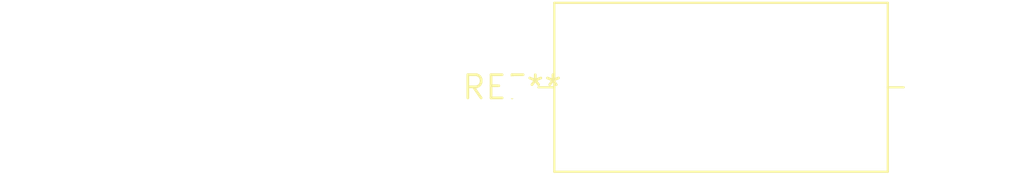
<source format=kicad_pcb>
(kicad_pcb (version 20240108) (generator pcbnew)
  (layers (0 "F.Cu" signal) (31 "B.Cu" signal) (34 "B.Paste" user) (35 "F.Paste" user) (36 "B.SilkS" user "B.Silkscreen") (37 "F.SilkS" user "F.Silkscreen") (38 "B.Mask" user) (39 "F.Mask" user) (44 "Edge.Cuts" user))
  (net 0 "")
  (footprint "R_Axial_DIN0918_L18.0mm_D9.0mm_P22.86mm_Horizontal" (layer "F.Cu") (at 0 0)
    (property "Reference" "REF**")
    (property "Value" "R_Axial_DIN0918_L18.0mm_D9.0mm_P22.86mm_Horizontal")
    (fp_line (start 1.44 0) (end 2.31 0) (layer "F.SilkS") (stroke (width 0.12)))
    (fp_line (start 2.31 -4.62) (end 2.31 4.62) (layer "F.SilkS") (stroke (width 0.12)))
    (fp_line (start 2.31 4.62) (end 20.55 4.62) (layer "F.SilkS") (stroke (width 0.12)))
    (fp_line (start 20.55 -4.62) (end 2.31 -4.62) (layer "F.SilkS") (stroke (width 0.12)))
    (fp_line (start 20.55 4.62) (end 20.55 -4.62) (layer "F.SilkS") (stroke (width 0.12)))
    (fp_line (start 21.42 0) (end 20.55 0) (layer "F.SilkS") (stroke (width 0.12)))
    (pad "1" thru_hole circle (at 0 0) (size 2.4 2.4) (drill 1.2) (layers *.Cu *.Mask) (remove_unused_layers))
    (pad "2" thru_hole oval (at 22.86 0) (size 2.4 2.4) (drill 1.2) (layers *.Cu *.Mask) (remove_unused_layers))
  )
)
</source>
